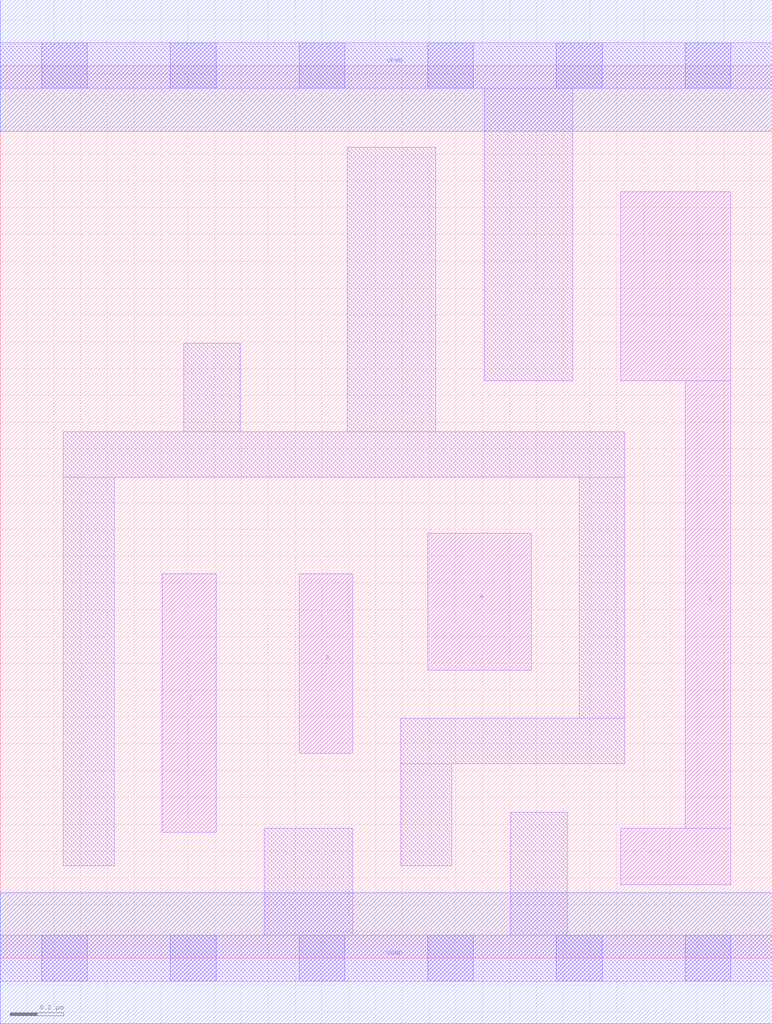
<source format=lef>
# Copyright 2020 The SkyWater PDK Authors
#
# Licensed under the Apache License, Version 2.0 (the "License");
# you may not use this file except in compliance with the License.
# You may obtain a copy of the License at
#
#     https://www.apache.org/licenses/LICENSE-2.0
#
# Unless required by applicable law or agreed to in writing, software
# distributed under the License is distributed on an "AS IS" BASIS,
# WITHOUT WARRANTIES OR CONDITIONS OF ANY KIND, either express or implied.
# See the License for the specific language governing permissions and
# limitations under the License.
#
# SPDX-License-Identifier: Apache-2.0

VERSION 5.7 ;
  NAMESCASESENSITIVE ON ;
  NOWIREEXTENSIONATPIN ON ;
  DIVIDERCHAR "/" ;
  BUSBITCHARS "[]" ;
UNITS
  DATABASE MICRONS 200 ;
END UNITS
MACRO sky130_fd_sc_lp__or3_m
  CLASS CORE ;
  SOURCE USER ;
  FOREIGN sky130_fd_sc_lp__or3_m ;
  ORIGIN  0.000000  0.000000 ;
  SIZE  2.880000 BY  3.330000 ;
  SYMMETRY X Y R90 ;
  SITE unit ;
  PIN A
    ANTENNAGATEAREA  0.126000 ;
    DIRECTION INPUT ;
    USE SIGNAL ;
    PORT
      LAYER li1 ;
        RECT 1.595000 1.075000 1.980000 1.585000 ;
    END
  END A
  PIN B
    ANTENNAGATEAREA  0.126000 ;
    DIRECTION INPUT ;
    USE SIGNAL ;
    PORT
      LAYER li1 ;
        RECT 1.115000 0.765000 1.315000 1.435000 ;
    END
  END B
  PIN C
    ANTENNAGATEAREA  0.126000 ;
    DIRECTION INPUT ;
    USE SIGNAL ;
    PORT
      LAYER li1 ;
        RECT 0.605000 0.470000 0.805000 1.435000 ;
    END
  END C
  PIN X
    ANTENNADIFFAREA  0.222600 ;
    DIRECTION OUTPUT ;
    USE SIGNAL ;
    PORT
      LAYER li1 ;
        RECT 2.315000 0.275000 2.725000 0.485000 ;
        RECT 2.315000 2.155000 2.725000 2.860000 ;
        RECT 2.555000 0.485000 2.725000 2.155000 ;
    END
  END X
  PIN VGND
    DIRECTION INOUT ;
    USE GROUND ;
    PORT
      LAYER met1 ;
        RECT 0.000000 -0.245000 2.880000 0.245000 ;
    END
  END VGND
  PIN VPWR
    DIRECTION INOUT ;
    USE POWER ;
    PORT
      LAYER met1 ;
        RECT 0.000000 3.085000 2.880000 3.575000 ;
    END
  END VPWR
  OBS
    LAYER li1 ;
      RECT 0.000000 -0.085000 2.880000 0.085000 ;
      RECT 0.000000  3.245000 2.880000 3.415000 ;
      RECT 0.235000  0.345000 0.425000 1.795000 ;
      RECT 0.235000  1.795000 2.330000 1.965000 ;
      RECT 0.685000  1.965000 0.895000 2.295000 ;
      RECT 0.985000  0.085000 1.315000 0.485000 ;
      RECT 1.295000  1.965000 1.625000 3.025000 ;
      RECT 1.495000  0.345000 1.685000 0.725000 ;
      RECT 1.495000  0.725000 2.330000 0.895000 ;
      RECT 1.805000  2.155000 2.135000 3.245000 ;
      RECT 1.905000  0.085000 2.115000 0.545000 ;
      RECT 2.160000  0.895000 2.330000 1.795000 ;
    LAYER mcon ;
      RECT 0.155000 -0.085000 0.325000 0.085000 ;
      RECT 0.155000  3.245000 0.325000 3.415000 ;
      RECT 0.635000 -0.085000 0.805000 0.085000 ;
      RECT 0.635000  3.245000 0.805000 3.415000 ;
      RECT 1.115000 -0.085000 1.285000 0.085000 ;
      RECT 1.115000  3.245000 1.285000 3.415000 ;
      RECT 1.595000 -0.085000 1.765000 0.085000 ;
      RECT 1.595000  3.245000 1.765000 3.415000 ;
      RECT 2.075000 -0.085000 2.245000 0.085000 ;
      RECT 2.075000  3.245000 2.245000 3.415000 ;
      RECT 2.555000 -0.085000 2.725000 0.085000 ;
      RECT 2.555000  3.245000 2.725000 3.415000 ;
  END
END sky130_fd_sc_lp__or3_m
END LIBRARY

</source>
